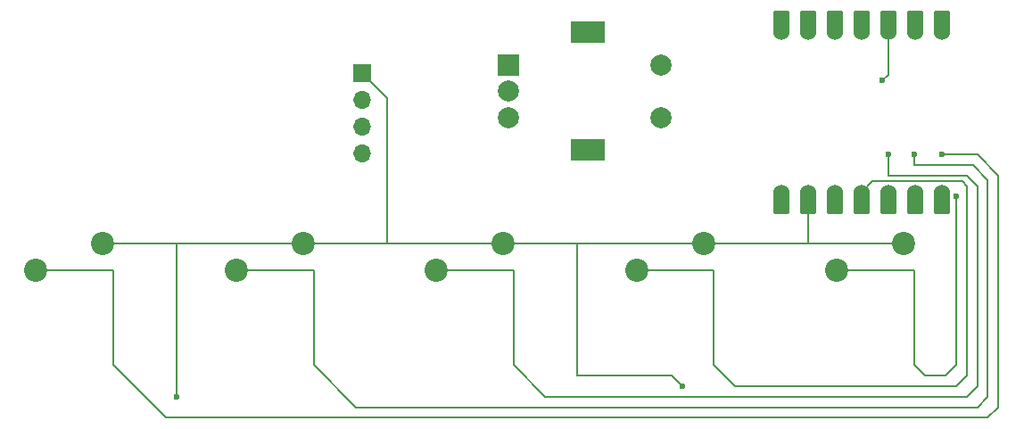
<source format=gbr>
%TF.GenerationSoftware,KiCad,Pcbnew,9.0.2*%
%TF.CreationDate,2025-05-28T17:01:59+05:30*%
%TF.ProjectId,linus_ide_toolbar,6c696e75-735f-4696-9465-5f746f6f6c62,rev?*%
%TF.SameCoordinates,Original*%
%TF.FileFunction,Copper,L2,Bot*%
%TF.FilePolarity,Positive*%
%FSLAX46Y46*%
G04 Gerber Fmt 4.6, Leading zero omitted, Abs format (unit mm)*
G04 Created by KiCad (PCBNEW 9.0.2) date 2025-05-28 17:01:59*
%MOMM*%
%LPD*%
G01*
G04 APERTURE LIST*
G04 Aperture macros list*
%AMRoundRect*
0 Rectangle with rounded corners*
0 $1 Rounding radius*
0 $2 $3 $4 $5 $6 $7 $8 $9 X,Y pos of 4 corners*
0 Add a 4 corners polygon primitive as box body*
4,1,4,$2,$3,$4,$5,$6,$7,$8,$9,$2,$3,0*
0 Add four circle primitives for the rounded corners*
1,1,$1+$1,$2,$3*
1,1,$1+$1,$4,$5*
1,1,$1+$1,$6,$7*
1,1,$1+$1,$8,$9*
0 Add four rect primitives between the rounded corners*
20,1,$1+$1,$2,$3,$4,$5,0*
20,1,$1+$1,$4,$5,$6,$7,0*
20,1,$1+$1,$6,$7,$8,$9,0*
20,1,$1+$1,$8,$9,$2,$3,0*%
G04 Aperture macros list end*
%TA.AperFunction,ComponentPad*%
%ADD10R,1.700000X1.700000*%
%TD*%
%TA.AperFunction,ComponentPad*%
%ADD11O,1.700000X1.700000*%
%TD*%
%TA.AperFunction,ComponentPad*%
%ADD12C,2.200000*%
%TD*%
%TA.AperFunction,ComponentPad*%
%ADD13R,2.000000X2.000000*%
%TD*%
%TA.AperFunction,ComponentPad*%
%ADD14C,2.000000*%
%TD*%
%TA.AperFunction,ComponentPad*%
%ADD15R,3.200000X2.000000*%
%TD*%
%TA.AperFunction,SMDPad,CuDef*%
%ADD16RoundRect,0.152400X0.609600X-1.063600X0.609600X1.063600X-0.609600X1.063600X-0.609600X-1.063600X0*%
%TD*%
%TA.AperFunction,ComponentPad*%
%ADD17C,1.524000*%
%TD*%
%TA.AperFunction,SMDPad,CuDef*%
%ADD18RoundRect,0.152400X-0.609600X1.063600X-0.609600X-1.063600X0.609600X-1.063600X0.609600X1.063600X0*%
%TD*%
%TA.AperFunction,ViaPad*%
%ADD19C,0.600000*%
%TD*%
%TA.AperFunction,Conductor*%
%ADD20C,0.200000*%
%TD*%
G04 APERTURE END LIST*
D10*
%TO.P,J1,1,Pin_1*%
%TO.N,GND*%
X109615000Y-87305000D03*
D11*
%TO.P,J1,2,Pin_2*%
%TO.N,+5V*%
X109615000Y-89845000D03*
%TO.P,J1,3,Pin_3*%
%TO.N,Net-(J1-Pin_3)*%
X109615000Y-92385000D03*
%TO.P,J1,4,Pin_4*%
%TO.N,Net-(J1-Pin_4)*%
X109615000Y-94925000D03*
%TD*%
D12*
%TO.P,Stop1,1,1*%
%TO.N,GND*%
X104000000Y-103500000D03*
%TO.P,Stop1,2,2*%
%TO.N,Net-(U1-GPIO2{slash}SCK)*%
X97650000Y-106040000D03*
%TD*%
%TO.P,key1,1,1*%
%TO.N,GND*%
X85000000Y-103500000D03*
%TO.P,key1,2,2*%
%TO.N,Net-(U1-GPIO1{slash}RX)*%
X78650000Y-106040000D03*
%TD*%
%TO.P,key5,1,1*%
%TO.N,GND*%
X161000000Y-103500000D03*
%TO.P,key5,2,2*%
%TO.N,Net-(U1-GPIO0{slash}TX)*%
X154650000Y-106040000D03*
%TD*%
%TO.P,Continue1,1,1*%
%TO.N,GND*%
X123000000Y-103500000D03*
%TO.P,Continue1,2,2*%
%TO.N,Net-(U1-GPIO4{slash}MISO)*%
X116650000Y-106040000D03*
%TD*%
D13*
%TO.P,SW1,A,A*%
%TO.N,Net-(U1-GPIO26{slash}ADC0{slash}A0)*%
X123500000Y-86500000D03*
D14*
%TO.P,SW1,B,B*%
%TO.N,Net-(U1-GPIO27{slash}ADC1{slash}A1)*%
X123500000Y-91500000D03*
%TO.P,SW1,C,C*%
%TO.N,Net-(SW1-PadC)*%
X123500000Y-89000000D03*
D15*
%TO.P,SW1,MP*%
%TO.N,N/C*%
X131000000Y-83400000D03*
X131000000Y-94600000D03*
D14*
%TO.P,SW1,S1,S1*%
%TO.N,Net-(U1-GPIO28{slash}ADC2{slash}A2)*%
X138000000Y-91500000D03*
%TO.P,SW1,S2,S2*%
%TO.N,Net-(SW1-PadC)*%
X138000000Y-86500000D03*
%TD*%
D12*
%TO.P,key4,1,1*%
%TO.N,GND*%
X142000000Y-103500000D03*
%TO.P,key4,2,2*%
%TO.N,Net-(U1-GPIO3{slash}MOSI)*%
X135650000Y-106040000D03*
%TD*%
D16*
%TO.P,U1,1,GPIO26/ADC0/A0*%
%TO.N,Net-(U1-GPIO26{slash}ADC0{slash}A0)*%
X149380000Y-82545000D03*
D17*
X149380000Y-83380000D03*
D16*
%TO.P,U1,2,GPIO27/ADC1/A1*%
%TO.N,Net-(U1-GPIO27{slash}ADC1{slash}A1)*%
X151920000Y-82545000D03*
D17*
X151920000Y-83380000D03*
D16*
%TO.P,U1,3,GPIO28/ADC2/A2*%
%TO.N,Net-(U1-GPIO28{slash}ADC2{slash}A2)*%
X154460000Y-82545000D03*
D17*
X154460000Y-83380000D03*
D16*
%TO.P,U1,4,GPIO29/ADC3/A3*%
%TO.N,Net-(D2-DIN)*%
X157000000Y-82545000D03*
D17*
X157000000Y-83380000D03*
D16*
%TO.P,U1,5,GPIO6/SDA*%
%TO.N,Net-(J1-Pin_4)*%
X159540000Y-82545000D03*
D17*
X159540000Y-83380000D03*
D16*
%TO.P,U1,6,GPIO7/SCL*%
%TO.N,Net-(J1-Pin_3)*%
X162080000Y-82545000D03*
D17*
X162080000Y-83380000D03*
D16*
%TO.P,U1,7,GPIO0/TX*%
%TO.N,Net-(U1-GPIO0{slash}TX)*%
X164620000Y-82545000D03*
D17*
X164620000Y-83380000D03*
%TO.P,U1,8,GPIO1/RX*%
%TO.N,Net-(U1-GPIO1{slash}RX)*%
X164620000Y-98620000D03*
D18*
X164620000Y-99455000D03*
D17*
%TO.P,U1,9,GPIO2/SCK*%
%TO.N,Net-(U1-GPIO2{slash}SCK)*%
X162080000Y-98620000D03*
D18*
X162080000Y-99455000D03*
D17*
%TO.P,U1,10,GPIO4/MISO*%
%TO.N,Net-(U1-GPIO4{slash}MISO)*%
X159540000Y-98620000D03*
D18*
X159540000Y-99455000D03*
D17*
%TO.P,U1,11,GPIO3/MOSI*%
%TO.N,Net-(U1-GPIO3{slash}MOSI)*%
X157000000Y-98620000D03*
D18*
X157000000Y-99455000D03*
D17*
%TO.P,U1,12,3V3*%
%TO.N,unconnected-(U1-3V3-Pad12)*%
X154460000Y-98620000D03*
D18*
X154460000Y-99455000D03*
D17*
%TO.P,U1,13,GND*%
%TO.N,GND*%
X151920000Y-98620000D03*
D18*
X151920000Y-99455000D03*
D17*
%TO.P,U1,14,VBUS*%
%TO.N,+5V*%
X149380000Y-98620000D03*
D18*
X149380000Y-99455000D03*
%TD*%
D19*
%TO.N,GND*%
X92000000Y-118000000D03*
X140000000Y-117000000D03*
%TO.N,Net-(U1-GPIO2{slash}SCK)*%
X162000000Y-95000000D03*
%TO.N,Net-(U1-GPIO4{slash}MISO)*%
X159560417Y-95023856D03*
%TO.N,Net-(U1-GPIO1{slash}RX)*%
X164649656Y-94992209D03*
%TO.N,Net-(J1-Pin_4)*%
X159000000Y-88000000D03*
%TO.N,Net-(U1-GPIO0{slash}TX)*%
X166000000Y-99000000D03*
%TD*%
D20*
%TO.N,GND*%
X92000000Y-103500000D02*
X92000000Y-118000000D01*
X130000000Y-103500000D02*
X142000000Y-103500000D01*
X142000000Y-103500000D02*
X152000000Y-103500000D01*
X92000000Y-103500000D02*
X104000000Y-103500000D01*
X140000000Y-117000000D02*
X139000000Y-116000000D01*
X130000000Y-116000000D02*
X130000000Y-103500000D01*
X123000000Y-103500000D02*
X130000000Y-103500000D01*
X109615000Y-87305000D02*
X112000000Y-89690000D01*
X112000000Y-89690000D02*
X112000000Y-103500000D01*
X151920000Y-98620000D02*
X151920000Y-103420000D01*
X112000000Y-103500000D02*
X123000000Y-103500000D01*
X151920000Y-103420000D02*
X152000000Y-103500000D01*
X104000000Y-103500000D02*
X112000000Y-103500000D01*
X139000000Y-116000000D02*
X130000000Y-116000000D01*
X152000000Y-103500000D02*
X161000000Y-103500000D01*
X85000000Y-103500000D02*
X92000000Y-103500000D01*
%TO.N,Net-(U1-GPIO2{slash}SCK)*%
X97650000Y-106040000D02*
X104960000Y-106040000D01*
X162000000Y-96000000D02*
X162000000Y-95000000D01*
X169000000Y-112847786D02*
X169000000Y-97434315D01*
X105000000Y-115000000D02*
X109000000Y-119000000D01*
X104960000Y-106040000D02*
X105000000Y-106000000D01*
X167565685Y-96000000D02*
X162000000Y-96000000D01*
X105000000Y-106000000D02*
X105000000Y-115000000D01*
X168000000Y-119000000D02*
X169000000Y-118000000D01*
X169000000Y-97434315D02*
X167565685Y-96000000D01*
X109000000Y-119000000D02*
X168000000Y-119000000D01*
X169000000Y-118000000D02*
X169000000Y-112847786D01*
%TO.N,Net-(U1-GPIO4{slash}MISO)*%
X159560417Y-96992577D02*
X159560417Y-95023856D01*
X168000000Y-98000000D02*
X167000000Y-97000000D01*
X167000000Y-118000000D02*
X168000000Y-117000000D01*
X160000000Y-97000000D02*
X159552994Y-97000000D01*
X124000000Y-106000000D02*
X124000000Y-115000000D01*
X159552994Y-97000000D02*
X159560417Y-96992577D01*
X123960000Y-106040000D02*
X124000000Y-106000000D01*
X168000000Y-117000000D02*
X168000000Y-98000000D01*
X167000000Y-97000000D02*
X160000000Y-97000000D01*
X116650000Y-106040000D02*
X123960000Y-106040000D01*
X127000000Y-118000000D02*
X167000000Y-118000000D01*
X124000000Y-115000000D02*
X127000000Y-118000000D01*
%TO.N,Net-(U1-GPIO3{slash}MOSI)*%
X167000000Y-98000000D02*
X166558000Y-97558000D01*
X158062000Y-97558000D02*
X157000000Y-98620000D01*
X145000000Y-117000000D02*
X166000000Y-117000000D01*
X166558000Y-97558000D02*
X158062000Y-97558000D01*
X137245634Y-106000000D02*
X143000000Y-106000000D01*
X137205634Y-106040000D02*
X137245634Y-106000000D01*
X135650000Y-106040000D02*
X137205634Y-106040000D01*
X167000000Y-116000000D02*
X167000000Y-98000000D01*
X143000000Y-106000000D02*
X143000000Y-115000000D01*
X166000000Y-117000000D02*
X167000000Y-116000000D01*
X157000000Y-99697630D02*
X157000000Y-98620000D01*
X143000000Y-115000000D02*
X145000000Y-117000000D01*
%TO.N,Net-(U1-GPIO1{slash}RX)*%
X164657447Y-95000000D02*
X164649656Y-94992209D01*
X168000000Y-95000000D02*
X165000000Y-95000000D01*
X170000000Y-97000000D02*
X168000000Y-95000000D01*
X78650000Y-106040000D02*
X85960000Y-106040000D01*
X91000000Y-120000000D02*
X169000000Y-120000000D01*
X169000000Y-120000000D02*
X170000000Y-119000000D01*
X91000000Y-120000000D02*
X86000000Y-115000000D01*
X85960000Y-106040000D02*
X86000000Y-106000000D01*
X170000000Y-115000000D02*
X170000000Y-97000000D01*
X165000000Y-95000000D02*
X164657447Y-95000000D01*
X170000000Y-119000000D02*
X170000000Y-115000000D01*
X86000000Y-106000000D02*
X86000000Y-115000000D01*
%TO.N,Net-(J1-Pin_4)*%
X159000000Y-88000000D02*
X159540000Y-87460000D01*
X159540000Y-87460000D02*
X159540000Y-83380000D01*
%TO.N,Net-(U1-GPIO0{slash}TX)*%
X162000000Y-106000000D02*
X162000000Y-115000000D01*
X161960000Y-106040000D02*
X162000000Y-106000000D01*
X154650000Y-106040000D02*
X161960000Y-106040000D01*
X163000000Y-116000000D02*
X165000000Y-116000000D01*
X166000000Y-115000000D02*
X166000000Y-99000000D01*
X165000000Y-116000000D02*
X166000000Y-115000000D01*
X162000000Y-115000000D02*
X163000000Y-116000000D01*
%TD*%
M02*

</source>
